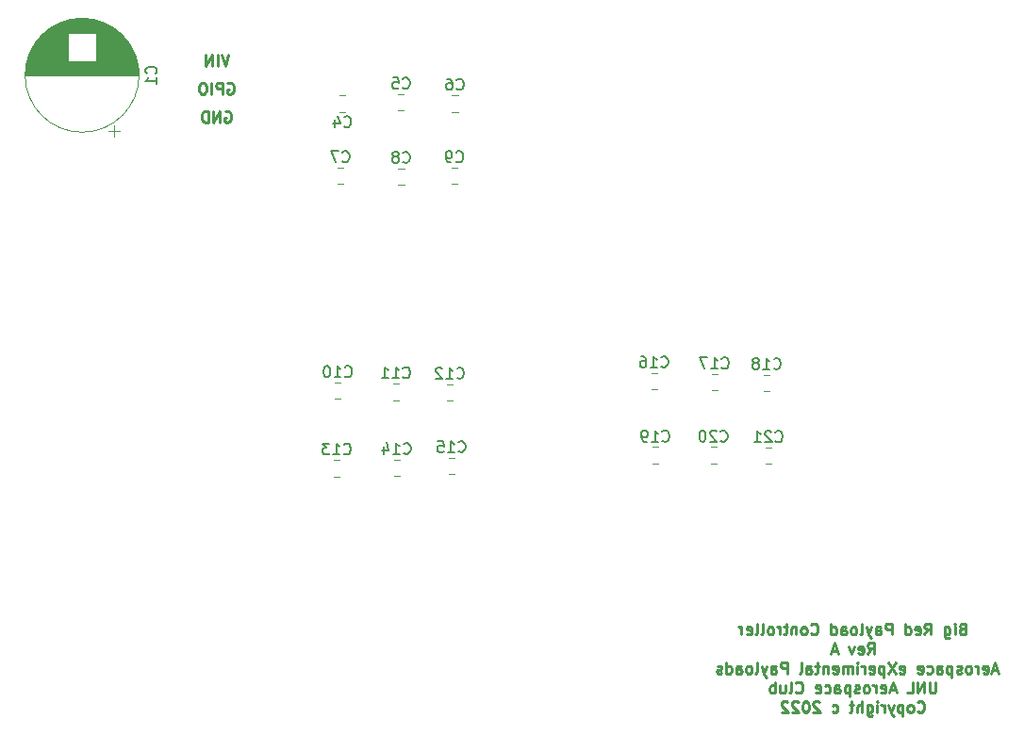
<source format=gbr>
%TF.GenerationSoftware,KiCad,Pcbnew,(5.1.10)-1*%
%TF.CreationDate,2023-02-12T14:12:42-06:00*%
%TF.ProjectId,neopixel_board,6e656f70-6978-4656-9c5f-626f6172642e,rev?*%
%TF.SameCoordinates,Original*%
%TF.FileFunction,Legend,Bot*%
%TF.FilePolarity,Positive*%
%FSLAX46Y46*%
G04 Gerber Fmt 4.6, Leading zero omitted, Abs format (unit mm)*
G04 Created by KiCad (PCBNEW (5.1.10)-1) date 2023-02-12 14:12:42*
%MOMM*%
%LPD*%
G01*
G04 APERTURE LIST*
%ADD10C,0.250000*%
%ADD11C,0.120000*%
%ADD12C,0.150000*%
G04 APERTURE END LIST*
D10*
X159034523Y-113268571D02*
X158891666Y-113316190D01*
X158844047Y-113363809D01*
X158796428Y-113459047D01*
X158796428Y-113601904D01*
X158844047Y-113697142D01*
X158891666Y-113744761D01*
X158986904Y-113792380D01*
X159367857Y-113792380D01*
X159367857Y-112792380D01*
X159034523Y-112792380D01*
X158939285Y-112840000D01*
X158891666Y-112887619D01*
X158844047Y-112982857D01*
X158844047Y-113078095D01*
X158891666Y-113173333D01*
X158939285Y-113220952D01*
X159034523Y-113268571D01*
X159367857Y-113268571D01*
X158367857Y-113792380D02*
X158367857Y-113125714D01*
X158367857Y-112792380D02*
X158415476Y-112840000D01*
X158367857Y-112887619D01*
X158320238Y-112840000D01*
X158367857Y-112792380D01*
X158367857Y-112887619D01*
X157463095Y-113125714D02*
X157463095Y-113935238D01*
X157510714Y-114030476D01*
X157558333Y-114078095D01*
X157653571Y-114125714D01*
X157796428Y-114125714D01*
X157891666Y-114078095D01*
X157463095Y-113744761D02*
X157558333Y-113792380D01*
X157748809Y-113792380D01*
X157844047Y-113744761D01*
X157891666Y-113697142D01*
X157939285Y-113601904D01*
X157939285Y-113316190D01*
X157891666Y-113220952D01*
X157844047Y-113173333D01*
X157748809Y-113125714D01*
X157558333Y-113125714D01*
X157463095Y-113173333D01*
X155653571Y-113792380D02*
X155986904Y-113316190D01*
X156225000Y-113792380D02*
X156225000Y-112792380D01*
X155844047Y-112792380D01*
X155748809Y-112840000D01*
X155701190Y-112887619D01*
X155653571Y-112982857D01*
X155653571Y-113125714D01*
X155701190Y-113220952D01*
X155748809Y-113268571D01*
X155844047Y-113316190D01*
X156225000Y-113316190D01*
X154844047Y-113744761D02*
X154939285Y-113792380D01*
X155129761Y-113792380D01*
X155225000Y-113744761D01*
X155272619Y-113649523D01*
X155272619Y-113268571D01*
X155225000Y-113173333D01*
X155129761Y-113125714D01*
X154939285Y-113125714D01*
X154844047Y-113173333D01*
X154796428Y-113268571D01*
X154796428Y-113363809D01*
X155272619Y-113459047D01*
X153939285Y-113792380D02*
X153939285Y-112792380D01*
X153939285Y-113744761D02*
X154034523Y-113792380D01*
X154225000Y-113792380D01*
X154320238Y-113744761D01*
X154367857Y-113697142D01*
X154415476Y-113601904D01*
X154415476Y-113316190D01*
X154367857Y-113220952D01*
X154320238Y-113173333D01*
X154225000Y-113125714D01*
X154034523Y-113125714D01*
X153939285Y-113173333D01*
X152701190Y-113792380D02*
X152701190Y-112792380D01*
X152320238Y-112792380D01*
X152225000Y-112840000D01*
X152177380Y-112887619D01*
X152129761Y-112982857D01*
X152129761Y-113125714D01*
X152177380Y-113220952D01*
X152225000Y-113268571D01*
X152320238Y-113316190D01*
X152701190Y-113316190D01*
X151272619Y-113792380D02*
X151272619Y-113268571D01*
X151320238Y-113173333D01*
X151415476Y-113125714D01*
X151605952Y-113125714D01*
X151701190Y-113173333D01*
X151272619Y-113744761D02*
X151367857Y-113792380D01*
X151605952Y-113792380D01*
X151701190Y-113744761D01*
X151748809Y-113649523D01*
X151748809Y-113554285D01*
X151701190Y-113459047D01*
X151605952Y-113411428D01*
X151367857Y-113411428D01*
X151272619Y-113363809D01*
X150891666Y-113125714D02*
X150653571Y-113792380D01*
X150415476Y-113125714D02*
X150653571Y-113792380D01*
X150748809Y-114030476D01*
X150796428Y-114078095D01*
X150891666Y-114125714D01*
X149891666Y-113792380D02*
X149986904Y-113744761D01*
X150034523Y-113649523D01*
X150034523Y-112792380D01*
X149367857Y-113792380D02*
X149463095Y-113744761D01*
X149510714Y-113697142D01*
X149558333Y-113601904D01*
X149558333Y-113316190D01*
X149510714Y-113220952D01*
X149463095Y-113173333D01*
X149367857Y-113125714D01*
X149225000Y-113125714D01*
X149129761Y-113173333D01*
X149082142Y-113220952D01*
X149034523Y-113316190D01*
X149034523Y-113601904D01*
X149082142Y-113697142D01*
X149129761Y-113744761D01*
X149225000Y-113792380D01*
X149367857Y-113792380D01*
X148177380Y-113792380D02*
X148177380Y-113268571D01*
X148225000Y-113173333D01*
X148320238Y-113125714D01*
X148510714Y-113125714D01*
X148605952Y-113173333D01*
X148177380Y-113744761D02*
X148272619Y-113792380D01*
X148510714Y-113792380D01*
X148605952Y-113744761D01*
X148653571Y-113649523D01*
X148653571Y-113554285D01*
X148605952Y-113459047D01*
X148510714Y-113411428D01*
X148272619Y-113411428D01*
X148177380Y-113363809D01*
X147272619Y-113792380D02*
X147272619Y-112792380D01*
X147272619Y-113744761D02*
X147367857Y-113792380D01*
X147558333Y-113792380D01*
X147653571Y-113744761D01*
X147701190Y-113697142D01*
X147748809Y-113601904D01*
X147748809Y-113316190D01*
X147701190Y-113220952D01*
X147653571Y-113173333D01*
X147558333Y-113125714D01*
X147367857Y-113125714D01*
X147272619Y-113173333D01*
X145463095Y-113697142D02*
X145510714Y-113744761D01*
X145653571Y-113792380D01*
X145748809Y-113792380D01*
X145891666Y-113744761D01*
X145986904Y-113649523D01*
X146034523Y-113554285D01*
X146082142Y-113363809D01*
X146082142Y-113220952D01*
X146034523Y-113030476D01*
X145986904Y-112935238D01*
X145891666Y-112840000D01*
X145748809Y-112792380D01*
X145653571Y-112792380D01*
X145510714Y-112840000D01*
X145463095Y-112887619D01*
X144891666Y-113792380D02*
X144986904Y-113744761D01*
X145034523Y-113697142D01*
X145082142Y-113601904D01*
X145082142Y-113316190D01*
X145034523Y-113220952D01*
X144986904Y-113173333D01*
X144891666Y-113125714D01*
X144748809Y-113125714D01*
X144653571Y-113173333D01*
X144605952Y-113220952D01*
X144558333Y-113316190D01*
X144558333Y-113601904D01*
X144605952Y-113697142D01*
X144653571Y-113744761D01*
X144748809Y-113792380D01*
X144891666Y-113792380D01*
X144129761Y-113125714D02*
X144129761Y-113792380D01*
X144129761Y-113220952D02*
X144082142Y-113173333D01*
X143986904Y-113125714D01*
X143844047Y-113125714D01*
X143748809Y-113173333D01*
X143701190Y-113268571D01*
X143701190Y-113792380D01*
X143367857Y-113125714D02*
X142986904Y-113125714D01*
X143225000Y-112792380D02*
X143225000Y-113649523D01*
X143177380Y-113744761D01*
X143082142Y-113792380D01*
X142986904Y-113792380D01*
X142653571Y-113792380D02*
X142653571Y-113125714D01*
X142653571Y-113316190D02*
X142605952Y-113220952D01*
X142558333Y-113173333D01*
X142463095Y-113125714D01*
X142367857Y-113125714D01*
X141891666Y-113792380D02*
X141986904Y-113744761D01*
X142034523Y-113697142D01*
X142082142Y-113601904D01*
X142082142Y-113316190D01*
X142034523Y-113220952D01*
X141986904Y-113173333D01*
X141891666Y-113125714D01*
X141748809Y-113125714D01*
X141653571Y-113173333D01*
X141605952Y-113220952D01*
X141558333Y-113316190D01*
X141558333Y-113601904D01*
X141605952Y-113697142D01*
X141653571Y-113744761D01*
X141748809Y-113792380D01*
X141891666Y-113792380D01*
X140986904Y-113792380D02*
X141082142Y-113744761D01*
X141129761Y-113649523D01*
X141129761Y-112792380D01*
X140463095Y-113792380D02*
X140558333Y-113744761D01*
X140605952Y-113649523D01*
X140605952Y-112792380D01*
X139701190Y-113744761D02*
X139796428Y-113792380D01*
X139986904Y-113792380D01*
X140082142Y-113744761D01*
X140129761Y-113649523D01*
X140129761Y-113268571D01*
X140082142Y-113173333D01*
X139986904Y-113125714D01*
X139796428Y-113125714D01*
X139701190Y-113173333D01*
X139653571Y-113268571D01*
X139653571Y-113363809D01*
X140129761Y-113459047D01*
X139225000Y-113792380D02*
X139225000Y-113125714D01*
X139225000Y-113316190D02*
X139177380Y-113220952D01*
X139129761Y-113173333D01*
X139034523Y-113125714D01*
X138939285Y-113125714D01*
X150534523Y-115542380D02*
X150867857Y-115066190D01*
X151105952Y-115542380D02*
X151105952Y-114542380D01*
X150725000Y-114542380D01*
X150629761Y-114590000D01*
X150582142Y-114637619D01*
X150534523Y-114732857D01*
X150534523Y-114875714D01*
X150582142Y-114970952D01*
X150629761Y-115018571D01*
X150725000Y-115066190D01*
X151105952Y-115066190D01*
X149725000Y-115494761D02*
X149820238Y-115542380D01*
X150010714Y-115542380D01*
X150105952Y-115494761D01*
X150153571Y-115399523D01*
X150153571Y-115018571D01*
X150105952Y-114923333D01*
X150010714Y-114875714D01*
X149820238Y-114875714D01*
X149725000Y-114923333D01*
X149677380Y-115018571D01*
X149677380Y-115113809D01*
X150153571Y-115209047D01*
X149344047Y-114875714D02*
X149105952Y-115542380D01*
X148867857Y-114875714D01*
X147772619Y-115256666D02*
X147296428Y-115256666D01*
X147867857Y-115542380D02*
X147534523Y-114542380D01*
X147201190Y-115542380D01*
X162201190Y-117006666D02*
X161725000Y-117006666D01*
X162296428Y-117292380D02*
X161963095Y-116292380D01*
X161629761Y-117292380D01*
X160915476Y-117244761D02*
X161010714Y-117292380D01*
X161201190Y-117292380D01*
X161296428Y-117244761D01*
X161344047Y-117149523D01*
X161344047Y-116768571D01*
X161296428Y-116673333D01*
X161201190Y-116625714D01*
X161010714Y-116625714D01*
X160915476Y-116673333D01*
X160867857Y-116768571D01*
X160867857Y-116863809D01*
X161344047Y-116959047D01*
X160439285Y-117292380D02*
X160439285Y-116625714D01*
X160439285Y-116816190D02*
X160391666Y-116720952D01*
X160344047Y-116673333D01*
X160248809Y-116625714D01*
X160153571Y-116625714D01*
X159677380Y-117292380D02*
X159772619Y-117244761D01*
X159820238Y-117197142D01*
X159867857Y-117101904D01*
X159867857Y-116816190D01*
X159820238Y-116720952D01*
X159772619Y-116673333D01*
X159677380Y-116625714D01*
X159534523Y-116625714D01*
X159439285Y-116673333D01*
X159391666Y-116720952D01*
X159344047Y-116816190D01*
X159344047Y-117101904D01*
X159391666Y-117197142D01*
X159439285Y-117244761D01*
X159534523Y-117292380D01*
X159677380Y-117292380D01*
X158963095Y-117244761D02*
X158867857Y-117292380D01*
X158677380Y-117292380D01*
X158582142Y-117244761D01*
X158534523Y-117149523D01*
X158534523Y-117101904D01*
X158582142Y-117006666D01*
X158677380Y-116959047D01*
X158820238Y-116959047D01*
X158915476Y-116911428D01*
X158963095Y-116816190D01*
X158963095Y-116768571D01*
X158915476Y-116673333D01*
X158820238Y-116625714D01*
X158677380Y-116625714D01*
X158582142Y-116673333D01*
X158105952Y-116625714D02*
X158105952Y-117625714D01*
X158105952Y-116673333D02*
X158010714Y-116625714D01*
X157820238Y-116625714D01*
X157725000Y-116673333D01*
X157677380Y-116720952D01*
X157629761Y-116816190D01*
X157629761Y-117101904D01*
X157677380Y-117197142D01*
X157725000Y-117244761D01*
X157820238Y-117292380D01*
X158010714Y-117292380D01*
X158105952Y-117244761D01*
X156772619Y-117292380D02*
X156772619Y-116768571D01*
X156820238Y-116673333D01*
X156915476Y-116625714D01*
X157105952Y-116625714D01*
X157201190Y-116673333D01*
X156772619Y-117244761D02*
X156867857Y-117292380D01*
X157105952Y-117292380D01*
X157201190Y-117244761D01*
X157248809Y-117149523D01*
X157248809Y-117054285D01*
X157201190Y-116959047D01*
X157105952Y-116911428D01*
X156867857Y-116911428D01*
X156772619Y-116863809D01*
X155867857Y-117244761D02*
X155963095Y-117292380D01*
X156153571Y-117292380D01*
X156248809Y-117244761D01*
X156296428Y-117197142D01*
X156344047Y-117101904D01*
X156344047Y-116816190D01*
X156296428Y-116720952D01*
X156248809Y-116673333D01*
X156153571Y-116625714D01*
X155963095Y-116625714D01*
X155867857Y-116673333D01*
X155058333Y-117244761D02*
X155153571Y-117292380D01*
X155344047Y-117292380D01*
X155439285Y-117244761D01*
X155486904Y-117149523D01*
X155486904Y-116768571D01*
X155439285Y-116673333D01*
X155344047Y-116625714D01*
X155153571Y-116625714D01*
X155058333Y-116673333D01*
X155010714Y-116768571D01*
X155010714Y-116863809D01*
X155486904Y-116959047D01*
X153439285Y-117244761D02*
X153534523Y-117292380D01*
X153725000Y-117292380D01*
X153820238Y-117244761D01*
X153867857Y-117149523D01*
X153867857Y-116768571D01*
X153820238Y-116673333D01*
X153725000Y-116625714D01*
X153534523Y-116625714D01*
X153439285Y-116673333D01*
X153391666Y-116768571D01*
X153391666Y-116863809D01*
X153867857Y-116959047D01*
X153058333Y-116292380D02*
X152391666Y-117292380D01*
X152391666Y-116292380D02*
X153058333Y-117292380D01*
X152010714Y-116625714D02*
X152010714Y-117625714D01*
X152010714Y-116673333D02*
X151915476Y-116625714D01*
X151725000Y-116625714D01*
X151629761Y-116673333D01*
X151582142Y-116720952D01*
X151534523Y-116816190D01*
X151534523Y-117101904D01*
X151582142Y-117197142D01*
X151629761Y-117244761D01*
X151725000Y-117292380D01*
X151915476Y-117292380D01*
X152010714Y-117244761D01*
X150725000Y-117244761D02*
X150820238Y-117292380D01*
X151010714Y-117292380D01*
X151105952Y-117244761D01*
X151153571Y-117149523D01*
X151153571Y-116768571D01*
X151105952Y-116673333D01*
X151010714Y-116625714D01*
X150820238Y-116625714D01*
X150725000Y-116673333D01*
X150677380Y-116768571D01*
X150677380Y-116863809D01*
X151153571Y-116959047D01*
X150248809Y-117292380D02*
X150248809Y-116625714D01*
X150248809Y-116816190D02*
X150201190Y-116720952D01*
X150153571Y-116673333D01*
X150058333Y-116625714D01*
X149963095Y-116625714D01*
X149629761Y-117292380D02*
X149629761Y-116625714D01*
X149629761Y-116292380D02*
X149677380Y-116340000D01*
X149629761Y-116387619D01*
X149582142Y-116340000D01*
X149629761Y-116292380D01*
X149629761Y-116387619D01*
X149153571Y-117292380D02*
X149153571Y-116625714D01*
X149153571Y-116720952D02*
X149105952Y-116673333D01*
X149010714Y-116625714D01*
X148867857Y-116625714D01*
X148772619Y-116673333D01*
X148725000Y-116768571D01*
X148725000Y-117292380D01*
X148725000Y-116768571D02*
X148677380Y-116673333D01*
X148582142Y-116625714D01*
X148439285Y-116625714D01*
X148344047Y-116673333D01*
X148296428Y-116768571D01*
X148296428Y-117292380D01*
X147439285Y-117244761D02*
X147534523Y-117292380D01*
X147725000Y-117292380D01*
X147820238Y-117244761D01*
X147867857Y-117149523D01*
X147867857Y-116768571D01*
X147820238Y-116673333D01*
X147725000Y-116625714D01*
X147534523Y-116625714D01*
X147439285Y-116673333D01*
X147391666Y-116768571D01*
X147391666Y-116863809D01*
X147867857Y-116959047D01*
X146963095Y-116625714D02*
X146963095Y-117292380D01*
X146963095Y-116720952D02*
X146915476Y-116673333D01*
X146820238Y-116625714D01*
X146677380Y-116625714D01*
X146582142Y-116673333D01*
X146534523Y-116768571D01*
X146534523Y-117292380D01*
X146201190Y-116625714D02*
X145820238Y-116625714D01*
X146058333Y-116292380D02*
X146058333Y-117149523D01*
X146010714Y-117244761D01*
X145915476Y-117292380D01*
X145820238Y-117292380D01*
X145058333Y-117292380D02*
X145058333Y-116768571D01*
X145105952Y-116673333D01*
X145201190Y-116625714D01*
X145391666Y-116625714D01*
X145486904Y-116673333D01*
X145058333Y-117244761D02*
X145153571Y-117292380D01*
X145391666Y-117292380D01*
X145486904Y-117244761D01*
X145534523Y-117149523D01*
X145534523Y-117054285D01*
X145486904Y-116959047D01*
X145391666Y-116911428D01*
X145153571Y-116911428D01*
X145058333Y-116863809D01*
X144439285Y-117292380D02*
X144534523Y-117244761D01*
X144582142Y-117149523D01*
X144582142Y-116292380D01*
X143296428Y-117292380D02*
X143296428Y-116292380D01*
X142915476Y-116292380D01*
X142820238Y-116340000D01*
X142772619Y-116387619D01*
X142725000Y-116482857D01*
X142725000Y-116625714D01*
X142772619Y-116720952D01*
X142820238Y-116768571D01*
X142915476Y-116816190D01*
X143296428Y-116816190D01*
X141867857Y-117292380D02*
X141867857Y-116768571D01*
X141915476Y-116673333D01*
X142010714Y-116625714D01*
X142201190Y-116625714D01*
X142296428Y-116673333D01*
X141867857Y-117244761D02*
X141963095Y-117292380D01*
X142201190Y-117292380D01*
X142296428Y-117244761D01*
X142344047Y-117149523D01*
X142344047Y-117054285D01*
X142296428Y-116959047D01*
X142201190Y-116911428D01*
X141963095Y-116911428D01*
X141867857Y-116863809D01*
X141486904Y-116625714D02*
X141248809Y-117292380D01*
X141010714Y-116625714D02*
X141248809Y-117292380D01*
X141344047Y-117530476D01*
X141391666Y-117578095D01*
X141486904Y-117625714D01*
X140486904Y-117292380D02*
X140582142Y-117244761D01*
X140629761Y-117149523D01*
X140629761Y-116292380D01*
X139963095Y-117292380D02*
X140058333Y-117244761D01*
X140105952Y-117197142D01*
X140153571Y-117101904D01*
X140153571Y-116816190D01*
X140105952Y-116720952D01*
X140058333Y-116673333D01*
X139963095Y-116625714D01*
X139820238Y-116625714D01*
X139725000Y-116673333D01*
X139677380Y-116720952D01*
X139629761Y-116816190D01*
X139629761Y-117101904D01*
X139677380Y-117197142D01*
X139725000Y-117244761D01*
X139820238Y-117292380D01*
X139963095Y-117292380D01*
X138772619Y-117292380D02*
X138772619Y-116768571D01*
X138820238Y-116673333D01*
X138915476Y-116625714D01*
X139105952Y-116625714D01*
X139201190Y-116673333D01*
X138772619Y-117244761D02*
X138867857Y-117292380D01*
X139105952Y-117292380D01*
X139201190Y-117244761D01*
X139248809Y-117149523D01*
X139248809Y-117054285D01*
X139201190Y-116959047D01*
X139105952Y-116911428D01*
X138867857Y-116911428D01*
X138772619Y-116863809D01*
X137867857Y-117292380D02*
X137867857Y-116292380D01*
X137867857Y-117244761D02*
X137963095Y-117292380D01*
X138153571Y-117292380D01*
X138248809Y-117244761D01*
X138296428Y-117197142D01*
X138344047Y-117101904D01*
X138344047Y-116816190D01*
X138296428Y-116720952D01*
X138248809Y-116673333D01*
X138153571Y-116625714D01*
X137963095Y-116625714D01*
X137867857Y-116673333D01*
X137439285Y-117244761D02*
X137344047Y-117292380D01*
X137153571Y-117292380D01*
X137058333Y-117244761D01*
X137010714Y-117149523D01*
X137010714Y-117101904D01*
X137058333Y-117006666D01*
X137153571Y-116959047D01*
X137296428Y-116959047D01*
X137391666Y-116911428D01*
X137439285Y-116816190D01*
X137439285Y-116768571D01*
X137391666Y-116673333D01*
X137296428Y-116625714D01*
X137153571Y-116625714D01*
X137058333Y-116673333D01*
X156653571Y-118042380D02*
X156653571Y-118851904D01*
X156605952Y-118947142D01*
X156558333Y-118994761D01*
X156463095Y-119042380D01*
X156272619Y-119042380D01*
X156177380Y-118994761D01*
X156129761Y-118947142D01*
X156082142Y-118851904D01*
X156082142Y-118042380D01*
X155605952Y-119042380D02*
X155605952Y-118042380D01*
X155034523Y-119042380D01*
X155034523Y-118042380D01*
X154082142Y-119042380D02*
X154558333Y-119042380D01*
X154558333Y-118042380D01*
X153034523Y-118756666D02*
X152558333Y-118756666D01*
X153129761Y-119042380D02*
X152796428Y-118042380D01*
X152463095Y-119042380D01*
X151748809Y-118994761D02*
X151844047Y-119042380D01*
X152034523Y-119042380D01*
X152129761Y-118994761D01*
X152177380Y-118899523D01*
X152177380Y-118518571D01*
X152129761Y-118423333D01*
X152034523Y-118375714D01*
X151844047Y-118375714D01*
X151748809Y-118423333D01*
X151701190Y-118518571D01*
X151701190Y-118613809D01*
X152177380Y-118709047D01*
X151272619Y-119042380D02*
X151272619Y-118375714D01*
X151272619Y-118566190D02*
X151225000Y-118470952D01*
X151177380Y-118423333D01*
X151082142Y-118375714D01*
X150986904Y-118375714D01*
X150510714Y-119042380D02*
X150605952Y-118994761D01*
X150653571Y-118947142D01*
X150701190Y-118851904D01*
X150701190Y-118566190D01*
X150653571Y-118470952D01*
X150605952Y-118423333D01*
X150510714Y-118375714D01*
X150367857Y-118375714D01*
X150272619Y-118423333D01*
X150225000Y-118470952D01*
X150177380Y-118566190D01*
X150177380Y-118851904D01*
X150225000Y-118947142D01*
X150272619Y-118994761D01*
X150367857Y-119042380D01*
X150510714Y-119042380D01*
X149796428Y-118994761D02*
X149701190Y-119042380D01*
X149510714Y-119042380D01*
X149415476Y-118994761D01*
X149367857Y-118899523D01*
X149367857Y-118851904D01*
X149415476Y-118756666D01*
X149510714Y-118709047D01*
X149653571Y-118709047D01*
X149748809Y-118661428D01*
X149796428Y-118566190D01*
X149796428Y-118518571D01*
X149748809Y-118423333D01*
X149653571Y-118375714D01*
X149510714Y-118375714D01*
X149415476Y-118423333D01*
X148939285Y-118375714D02*
X148939285Y-119375714D01*
X148939285Y-118423333D02*
X148844047Y-118375714D01*
X148653571Y-118375714D01*
X148558333Y-118423333D01*
X148510714Y-118470952D01*
X148463095Y-118566190D01*
X148463095Y-118851904D01*
X148510714Y-118947142D01*
X148558333Y-118994761D01*
X148653571Y-119042380D01*
X148844047Y-119042380D01*
X148939285Y-118994761D01*
X147605952Y-119042380D02*
X147605952Y-118518571D01*
X147653571Y-118423333D01*
X147748809Y-118375714D01*
X147939285Y-118375714D01*
X148034523Y-118423333D01*
X147605952Y-118994761D02*
X147701190Y-119042380D01*
X147939285Y-119042380D01*
X148034523Y-118994761D01*
X148082142Y-118899523D01*
X148082142Y-118804285D01*
X148034523Y-118709047D01*
X147939285Y-118661428D01*
X147701190Y-118661428D01*
X147605952Y-118613809D01*
X146701190Y-118994761D02*
X146796428Y-119042380D01*
X146986904Y-119042380D01*
X147082142Y-118994761D01*
X147129761Y-118947142D01*
X147177380Y-118851904D01*
X147177380Y-118566190D01*
X147129761Y-118470952D01*
X147082142Y-118423333D01*
X146986904Y-118375714D01*
X146796428Y-118375714D01*
X146701190Y-118423333D01*
X145891666Y-118994761D02*
X145986904Y-119042380D01*
X146177380Y-119042380D01*
X146272619Y-118994761D01*
X146320238Y-118899523D01*
X146320238Y-118518571D01*
X146272619Y-118423333D01*
X146177380Y-118375714D01*
X145986904Y-118375714D01*
X145891666Y-118423333D01*
X145844047Y-118518571D01*
X145844047Y-118613809D01*
X146320238Y-118709047D01*
X144082142Y-118947142D02*
X144129761Y-118994761D01*
X144272619Y-119042380D01*
X144367857Y-119042380D01*
X144510714Y-118994761D01*
X144605952Y-118899523D01*
X144653571Y-118804285D01*
X144701190Y-118613809D01*
X144701190Y-118470952D01*
X144653571Y-118280476D01*
X144605952Y-118185238D01*
X144510714Y-118090000D01*
X144367857Y-118042380D01*
X144272619Y-118042380D01*
X144129761Y-118090000D01*
X144082142Y-118137619D01*
X143510714Y-119042380D02*
X143605952Y-118994761D01*
X143653571Y-118899523D01*
X143653571Y-118042380D01*
X142701190Y-118375714D02*
X142701190Y-119042380D01*
X143129761Y-118375714D02*
X143129761Y-118899523D01*
X143082142Y-118994761D01*
X142986904Y-119042380D01*
X142844047Y-119042380D01*
X142748809Y-118994761D01*
X142701190Y-118947142D01*
X142225000Y-119042380D02*
X142225000Y-118042380D01*
X142225000Y-118423333D02*
X142129761Y-118375714D01*
X141939285Y-118375714D01*
X141844047Y-118423333D01*
X141796428Y-118470952D01*
X141748809Y-118566190D01*
X141748809Y-118851904D01*
X141796428Y-118947142D01*
X141844047Y-118994761D01*
X141939285Y-119042380D01*
X142129761Y-119042380D01*
X142225000Y-118994761D01*
X155034523Y-120697142D02*
X155082142Y-120744761D01*
X155225000Y-120792380D01*
X155320238Y-120792380D01*
X155463095Y-120744761D01*
X155558333Y-120649523D01*
X155605952Y-120554285D01*
X155653571Y-120363809D01*
X155653571Y-120220952D01*
X155605952Y-120030476D01*
X155558333Y-119935238D01*
X155463095Y-119840000D01*
X155320238Y-119792380D01*
X155225000Y-119792380D01*
X155082142Y-119840000D01*
X155034523Y-119887619D01*
X154463095Y-120792380D02*
X154558333Y-120744761D01*
X154605952Y-120697142D01*
X154653571Y-120601904D01*
X154653571Y-120316190D01*
X154605952Y-120220952D01*
X154558333Y-120173333D01*
X154463095Y-120125714D01*
X154320238Y-120125714D01*
X154225000Y-120173333D01*
X154177380Y-120220952D01*
X154129761Y-120316190D01*
X154129761Y-120601904D01*
X154177380Y-120697142D01*
X154225000Y-120744761D01*
X154320238Y-120792380D01*
X154463095Y-120792380D01*
X153701190Y-120125714D02*
X153701190Y-121125714D01*
X153701190Y-120173333D02*
X153605952Y-120125714D01*
X153415476Y-120125714D01*
X153320238Y-120173333D01*
X153272619Y-120220952D01*
X153225000Y-120316190D01*
X153225000Y-120601904D01*
X153272619Y-120697142D01*
X153320238Y-120744761D01*
X153415476Y-120792380D01*
X153605952Y-120792380D01*
X153701190Y-120744761D01*
X152891666Y-120125714D02*
X152653571Y-120792380D01*
X152415476Y-120125714D02*
X152653571Y-120792380D01*
X152748809Y-121030476D01*
X152796428Y-121078095D01*
X152891666Y-121125714D01*
X152034523Y-120792380D02*
X152034523Y-120125714D01*
X152034523Y-120316190D02*
X151986904Y-120220952D01*
X151939285Y-120173333D01*
X151844047Y-120125714D01*
X151748809Y-120125714D01*
X151415476Y-120792380D02*
X151415476Y-120125714D01*
X151415476Y-119792380D02*
X151463095Y-119840000D01*
X151415476Y-119887619D01*
X151367857Y-119840000D01*
X151415476Y-119792380D01*
X151415476Y-119887619D01*
X150510714Y-120125714D02*
X150510714Y-120935238D01*
X150558333Y-121030476D01*
X150605952Y-121078095D01*
X150701190Y-121125714D01*
X150844047Y-121125714D01*
X150939285Y-121078095D01*
X150510714Y-120744761D02*
X150605952Y-120792380D01*
X150796428Y-120792380D01*
X150891666Y-120744761D01*
X150939285Y-120697142D01*
X150986904Y-120601904D01*
X150986904Y-120316190D01*
X150939285Y-120220952D01*
X150891666Y-120173333D01*
X150796428Y-120125714D01*
X150605952Y-120125714D01*
X150510714Y-120173333D01*
X150034523Y-120792380D02*
X150034523Y-119792380D01*
X149605952Y-120792380D02*
X149605952Y-120268571D01*
X149653571Y-120173333D01*
X149748809Y-120125714D01*
X149891666Y-120125714D01*
X149986904Y-120173333D01*
X150034523Y-120220952D01*
X149272619Y-120125714D02*
X148891666Y-120125714D01*
X149129761Y-119792380D02*
X149129761Y-120649523D01*
X149082142Y-120744761D01*
X148986904Y-120792380D01*
X148891666Y-120792380D01*
X147367857Y-120744761D02*
X147463095Y-120792380D01*
X147653571Y-120792380D01*
X147748809Y-120744761D01*
X147796428Y-120697142D01*
X147844047Y-120601904D01*
X147844047Y-120316190D01*
X147796428Y-120220952D01*
X147748809Y-120173333D01*
X147653571Y-120125714D01*
X147463095Y-120125714D01*
X147367857Y-120173333D01*
X146225000Y-119887619D02*
X146177380Y-119840000D01*
X146082142Y-119792380D01*
X145844047Y-119792380D01*
X145748809Y-119840000D01*
X145701190Y-119887619D01*
X145653571Y-119982857D01*
X145653571Y-120078095D01*
X145701190Y-120220952D01*
X146272619Y-120792380D01*
X145653571Y-120792380D01*
X145034523Y-119792380D02*
X144939285Y-119792380D01*
X144844047Y-119840000D01*
X144796428Y-119887619D01*
X144748809Y-119982857D01*
X144701190Y-120173333D01*
X144701190Y-120411428D01*
X144748809Y-120601904D01*
X144796428Y-120697142D01*
X144844047Y-120744761D01*
X144939285Y-120792380D01*
X145034523Y-120792380D01*
X145129761Y-120744761D01*
X145177380Y-120697142D01*
X145225000Y-120601904D01*
X145272619Y-120411428D01*
X145272619Y-120173333D01*
X145225000Y-119982857D01*
X145177380Y-119887619D01*
X145129761Y-119840000D01*
X145034523Y-119792380D01*
X144320238Y-119887619D02*
X144272619Y-119840000D01*
X144177380Y-119792380D01*
X143939285Y-119792380D01*
X143844047Y-119840000D01*
X143796428Y-119887619D01*
X143748809Y-119982857D01*
X143748809Y-120078095D01*
X143796428Y-120220952D01*
X144367857Y-120792380D01*
X143748809Y-120792380D01*
X143367857Y-119887619D02*
X143320238Y-119840000D01*
X143225000Y-119792380D01*
X142986904Y-119792380D01*
X142891666Y-119840000D01*
X142844047Y-119887619D01*
X142796428Y-119982857D01*
X142796428Y-120078095D01*
X142844047Y-120220952D01*
X143415476Y-120792380D01*
X142796428Y-120792380D01*
X92836904Y-66810000D02*
X92932142Y-66762380D01*
X93075000Y-66762380D01*
X93217857Y-66810000D01*
X93313095Y-66905238D01*
X93360714Y-67000476D01*
X93408333Y-67190952D01*
X93408333Y-67333809D01*
X93360714Y-67524285D01*
X93313095Y-67619523D01*
X93217857Y-67714761D01*
X93075000Y-67762380D01*
X92979761Y-67762380D01*
X92836904Y-67714761D01*
X92789285Y-67667142D01*
X92789285Y-67333809D01*
X92979761Y-67333809D01*
X92360714Y-67762380D02*
X92360714Y-66762380D01*
X91789285Y-67762380D01*
X91789285Y-66762380D01*
X91313095Y-67762380D02*
X91313095Y-66762380D01*
X91075000Y-66762380D01*
X90932142Y-66810000D01*
X90836904Y-66905238D01*
X90789285Y-67000476D01*
X90741666Y-67190952D01*
X90741666Y-67333809D01*
X90789285Y-67524285D01*
X90836904Y-67619523D01*
X90932142Y-67714761D01*
X91075000Y-67762380D01*
X91313095Y-67762380D01*
X93075000Y-64270000D02*
X93170238Y-64222380D01*
X93313095Y-64222380D01*
X93455952Y-64270000D01*
X93551190Y-64365238D01*
X93598809Y-64460476D01*
X93646428Y-64650952D01*
X93646428Y-64793809D01*
X93598809Y-64984285D01*
X93551190Y-65079523D01*
X93455952Y-65174761D01*
X93313095Y-65222380D01*
X93217857Y-65222380D01*
X93075000Y-65174761D01*
X93027380Y-65127142D01*
X93027380Y-64793809D01*
X93217857Y-64793809D01*
X92598809Y-65222380D02*
X92598809Y-64222380D01*
X92217857Y-64222380D01*
X92122619Y-64270000D01*
X92075000Y-64317619D01*
X92027380Y-64412857D01*
X92027380Y-64555714D01*
X92075000Y-64650952D01*
X92122619Y-64698571D01*
X92217857Y-64746190D01*
X92598809Y-64746190D01*
X91598809Y-65222380D02*
X91598809Y-64222380D01*
X90932142Y-64222380D02*
X90741666Y-64222380D01*
X90646428Y-64270000D01*
X90551190Y-64365238D01*
X90503571Y-64555714D01*
X90503571Y-64889047D01*
X90551190Y-65079523D01*
X90646428Y-65174761D01*
X90741666Y-65222380D01*
X90932142Y-65222380D01*
X91027380Y-65174761D01*
X91122619Y-65079523D01*
X91170238Y-64889047D01*
X91170238Y-64555714D01*
X91122619Y-64365238D01*
X91027380Y-64270000D01*
X90932142Y-64222380D01*
X93170238Y-61682380D02*
X92836904Y-62682380D01*
X92503571Y-61682380D01*
X92170238Y-62682380D02*
X92170238Y-61682380D01*
X91694047Y-62682380D02*
X91694047Y-61682380D01*
X91122619Y-62682380D01*
X91122619Y-61682380D01*
D11*
%TO.C,C1*%
X85130000Y-63540000D02*
G75*
G03*
X85130000Y-63540000I-5120000J0D01*
G01*
X85090000Y-63540000D02*
X74930000Y-63540000D01*
X85090000Y-63500000D02*
X74930000Y-63500000D01*
X85090000Y-63460000D02*
X74930000Y-63460000D01*
X85089000Y-63420000D02*
X74931000Y-63420000D01*
X85088000Y-63380000D02*
X74932000Y-63380000D01*
X85087000Y-63340000D02*
X74933000Y-63340000D01*
X85085000Y-63300000D02*
X74935000Y-63300000D01*
X85083000Y-63260000D02*
X74937000Y-63260000D01*
X85080000Y-63220000D02*
X74940000Y-63220000D01*
X85078000Y-63180000D02*
X74942000Y-63180000D01*
X85075000Y-63140000D02*
X74945000Y-63140000D01*
X85072000Y-63100000D02*
X74948000Y-63100000D01*
X85068000Y-63060000D02*
X74952000Y-63060000D01*
X85064000Y-63020000D02*
X74956000Y-63020000D01*
X85060000Y-62980000D02*
X74960000Y-62980000D01*
X85055000Y-62940000D02*
X74965000Y-62940000D01*
X85050000Y-62900000D02*
X74970000Y-62900000D01*
X85045000Y-62860000D02*
X74975000Y-62860000D01*
X85040000Y-62819000D02*
X74980000Y-62819000D01*
X85034000Y-62779000D02*
X74986000Y-62779000D01*
X85028000Y-62739000D02*
X74992000Y-62739000D01*
X85021000Y-62699000D02*
X74999000Y-62699000D01*
X85014000Y-62659000D02*
X75006000Y-62659000D01*
X85007000Y-62619000D02*
X75013000Y-62619000D01*
X85000000Y-62579000D02*
X75020000Y-62579000D01*
X84992000Y-62539000D02*
X75028000Y-62539000D01*
X84984000Y-62499000D02*
X75036000Y-62499000D01*
X84975000Y-62459000D02*
X75045000Y-62459000D01*
X84966000Y-62419000D02*
X75054000Y-62419000D01*
X84957000Y-62379000D02*
X75063000Y-62379000D01*
X84948000Y-62339000D02*
X75072000Y-62339000D01*
X84938000Y-62299000D02*
X75082000Y-62299000D01*
X84928000Y-62259000D02*
X81251000Y-62259000D01*
X78769000Y-62259000D02*
X75092000Y-62259000D01*
X84917000Y-62219000D02*
X81251000Y-62219000D01*
X78769000Y-62219000D02*
X75103000Y-62219000D01*
X84907000Y-62179000D02*
X81251000Y-62179000D01*
X78769000Y-62179000D02*
X75113000Y-62179000D01*
X84895000Y-62139000D02*
X81251000Y-62139000D01*
X78769000Y-62139000D02*
X75125000Y-62139000D01*
X84884000Y-62099000D02*
X81251000Y-62099000D01*
X78769000Y-62099000D02*
X75136000Y-62099000D01*
X84872000Y-62059000D02*
X81251000Y-62059000D01*
X78769000Y-62059000D02*
X75148000Y-62059000D01*
X84860000Y-62019000D02*
X81251000Y-62019000D01*
X78769000Y-62019000D02*
X75160000Y-62019000D01*
X84847000Y-61979000D02*
X81251000Y-61979000D01*
X78769000Y-61979000D02*
X75173000Y-61979000D01*
X84834000Y-61939000D02*
X81251000Y-61939000D01*
X78769000Y-61939000D02*
X75186000Y-61939000D01*
X84821000Y-61899000D02*
X81251000Y-61899000D01*
X78769000Y-61899000D02*
X75199000Y-61899000D01*
X84807000Y-61859000D02*
X81251000Y-61859000D01*
X78769000Y-61859000D02*
X75213000Y-61859000D01*
X84793000Y-61819000D02*
X81251000Y-61819000D01*
X78769000Y-61819000D02*
X75227000Y-61819000D01*
X84778000Y-61779000D02*
X81251000Y-61779000D01*
X78769000Y-61779000D02*
X75242000Y-61779000D01*
X84764000Y-61739000D02*
X81251000Y-61739000D01*
X78769000Y-61739000D02*
X75256000Y-61739000D01*
X84748000Y-61699000D02*
X81251000Y-61699000D01*
X78769000Y-61699000D02*
X75272000Y-61699000D01*
X84733000Y-61659000D02*
X81251000Y-61659000D01*
X78769000Y-61659000D02*
X75287000Y-61659000D01*
X84717000Y-61619000D02*
X81251000Y-61619000D01*
X78769000Y-61619000D02*
X75303000Y-61619000D01*
X84700000Y-61579000D02*
X81251000Y-61579000D01*
X78769000Y-61579000D02*
X75320000Y-61579000D01*
X84684000Y-61539000D02*
X81251000Y-61539000D01*
X78769000Y-61539000D02*
X75336000Y-61539000D01*
X84667000Y-61499000D02*
X81251000Y-61499000D01*
X78769000Y-61499000D02*
X75353000Y-61499000D01*
X84649000Y-61459000D02*
X81251000Y-61459000D01*
X78769000Y-61459000D02*
X75371000Y-61459000D01*
X84631000Y-61419000D02*
X81251000Y-61419000D01*
X78769000Y-61419000D02*
X75389000Y-61419000D01*
X84613000Y-61379000D02*
X81251000Y-61379000D01*
X78769000Y-61379000D02*
X75407000Y-61379000D01*
X84594000Y-61339000D02*
X81251000Y-61339000D01*
X78769000Y-61339000D02*
X75426000Y-61339000D01*
X84574000Y-61299000D02*
X81251000Y-61299000D01*
X78769000Y-61299000D02*
X75446000Y-61299000D01*
X84555000Y-61259000D02*
X81251000Y-61259000D01*
X78769000Y-61259000D02*
X75465000Y-61259000D01*
X84535000Y-61219000D02*
X81251000Y-61219000D01*
X78769000Y-61219000D02*
X75485000Y-61219000D01*
X84514000Y-61179000D02*
X81251000Y-61179000D01*
X78769000Y-61179000D02*
X75506000Y-61179000D01*
X84493000Y-61139000D02*
X81251000Y-61139000D01*
X78769000Y-61139000D02*
X75527000Y-61139000D01*
X84472000Y-61099000D02*
X81251000Y-61099000D01*
X78769000Y-61099000D02*
X75548000Y-61099000D01*
X84450000Y-61059000D02*
X81251000Y-61059000D01*
X78769000Y-61059000D02*
X75570000Y-61059000D01*
X84427000Y-61019000D02*
X81251000Y-61019000D01*
X78769000Y-61019000D02*
X75593000Y-61019000D01*
X84405000Y-60979000D02*
X81251000Y-60979000D01*
X78769000Y-60979000D02*
X75615000Y-60979000D01*
X84381000Y-60939000D02*
X81251000Y-60939000D01*
X78769000Y-60939000D02*
X75639000Y-60939000D01*
X84357000Y-60899000D02*
X81251000Y-60899000D01*
X78769000Y-60899000D02*
X75663000Y-60899000D01*
X84333000Y-60859000D02*
X81251000Y-60859000D01*
X78769000Y-60859000D02*
X75687000Y-60859000D01*
X84308000Y-60819000D02*
X81251000Y-60819000D01*
X78769000Y-60819000D02*
X75712000Y-60819000D01*
X84283000Y-60779000D02*
X81251000Y-60779000D01*
X78769000Y-60779000D02*
X75737000Y-60779000D01*
X84257000Y-60739000D02*
X81251000Y-60739000D01*
X78769000Y-60739000D02*
X75763000Y-60739000D01*
X84231000Y-60699000D02*
X81251000Y-60699000D01*
X78769000Y-60699000D02*
X75789000Y-60699000D01*
X84204000Y-60659000D02*
X81251000Y-60659000D01*
X78769000Y-60659000D02*
X75816000Y-60659000D01*
X84176000Y-60619000D02*
X81251000Y-60619000D01*
X78769000Y-60619000D02*
X75844000Y-60619000D01*
X84148000Y-60579000D02*
X81251000Y-60579000D01*
X78769000Y-60579000D02*
X75872000Y-60579000D01*
X84120000Y-60539000D02*
X81251000Y-60539000D01*
X78769000Y-60539000D02*
X75900000Y-60539000D01*
X84090000Y-60499000D02*
X81251000Y-60499000D01*
X78769000Y-60499000D02*
X75930000Y-60499000D01*
X84060000Y-60459000D02*
X81251000Y-60459000D01*
X78769000Y-60459000D02*
X75960000Y-60459000D01*
X84030000Y-60419000D02*
X81251000Y-60419000D01*
X78769000Y-60419000D02*
X75990000Y-60419000D01*
X83999000Y-60379000D02*
X81251000Y-60379000D01*
X78769000Y-60379000D02*
X76021000Y-60379000D01*
X83967000Y-60339000D02*
X81251000Y-60339000D01*
X78769000Y-60339000D02*
X76053000Y-60339000D01*
X83935000Y-60299000D02*
X81251000Y-60299000D01*
X78769000Y-60299000D02*
X76085000Y-60299000D01*
X83902000Y-60259000D02*
X81251000Y-60259000D01*
X78769000Y-60259000D02*
X76118000Y-60259000D01*
X83868000Y-60219000D02*
X81251000Y-60219000D01*
X78769000Y-60219000D02*
X76152000Y-60219000D01*
X83834000Y-60179000D02*
X81251000Y-60179000D01*
X78769000Y-60179000D02*
X76186000Y-60179000D01*
X83799000Y-60139000D02*
X81251000Y-60139000D01*
X78769000Y-60139000D02*
X76221000Y-60139000D01*
X83763000Y-60099000D02*
X81251000Y-60099000D01*
X78769000Y-60099000D02*
X76257000Y-60099000D01*
X83726000Y-60059000D02*
X81251000Y-60059000D01*
X78769000Y-60059000D02*
X76294000Y-60059000D01*
X83689000Y-60019000D02*
X81251000Y-60019000D01*
X78769000Y-60019000D02*
X76331000Y-60019000D01*
X83650000Y-59979000D02*
X81251000Y-59979000D01*
X78769000Y-59979000D02*
X76370000Y-59979000D01*
X83611000Y-59939000D02*
X81251000Y-59939000D01*
X78769000Y-59939000D02*
X76409000Y-59939000D01*
X83571000Y-59899000D02*
X81251000Y-59899000D01*
X78769000Y-59899000D02*
X76449000Y-59899000D01*
X83530000Y-59859000D02*
X81251000Y-59859000D01*
X78769000Y-59859000D02*
X76490000Y-59859000D01*
X83488000Y-59819000D02*
X81251000Y-59819000D01*
X78769000Y-59819000D02*
X76532000Y-59819000D01*
X83446000Y-59779000D02*
X76574000Y-59779000D01*
X83402000Y-59739000D02*
X76618000Y-59739000D01*
X83357000Y-59699000D02*
X76663000Y-59699000D01*
X83311000Y-59659000D02*
X76709000Y-59659000D01*
X83264000Y-59619000D02*
X76756000Y-59619000D01*
X83216000Y-59579000D02*
X76804000Y-59579000D01*
X83166000Y-59539000D02*
X76854000Y-59539000D01*
X83116000Y-59499000D02*
X76904000Y-59499000D01*
X83064000Y-59459000D02*
X76956000Y-59459000D01*
X83010000Y-59419000D02*
X77010000Y-59419000D01*
X82955000Y-59379000D02*
X77065000Y-59379000D01*
X82899000Y-59339000D02*
X77121000Y-59339000D01*
X82840000Y-59299000D02*
X77180000Y-59299000D01*
X82780000Y-59259000D02*
X77240000Y-59259000D01*
X82719000Y-59219000D02*
X77301000Y-59219000D01*
X82655000Y-59179000D02*
X77365000Y-59179000D01*
X82589000Y-59139000D02*
X77431000Y-59139000D01*
X82520000Y-59099000D02*
X77500000Y-59099000D01*
X82449000Y-59059000D02*
X77571000Y-59059000D01*
X82375000Y-59019000D02*
X77645000Y-59019000D01*
X82299000Y-58979000D02*
X77721000Y-58979000D01*
X82219000Y-58939000D02*
X77801000Y-58939000D01*
X82135000Y-58899000D02*
X77885000Y-58899000D01*
X82047000Y-58859000D02*
X77973000Y-58859000D01*
X81954000Y-58819000D02*
X78066000Y-58819000D01*
X81856000Y-58779000D02*
X78164000Y-58779000D01*
X81752000Y-58739000D02*
X78268000Y-58739000D01*
X81640000Y-58699000D02*
X78380000Y-58699000D01*
X81520000Y-58659000D02*
X78500000Y-58659000D01*
X81388000Y-58619000D02*
X78632000Y-58619000D01*
X81240000Y-58579000D02*
X78780000Y-58579000D01*
X81072000Y-58539000D02*
X78948000Y-58539000D01*
X80872000Y-58499000D02*
X79148000Y-58499000D01*
X80609000Y-58459000D02*
X79411000Y-58459000D01*
X82885000Y-69019646D02*
X82885000Y-68019646D01*
X83385000Y-68519646D02*
X82385000Y-68519646D01*
%TO.C,C21*%
X141891652Y-97004200D02*
X141369148Y-97004200D01*
X141891652Y-98474200D02*
X141369148Y-98474200D01*
%TO.C,C20*%
X136964052Y-96953400D02*
X136441548Y-96953400D01*
X136964052Y-98423400D02*
X136441548Y-98423400D01*
%TO.C,C19*%
X131731652Y-96953400D02*
X131209148Y-96953400D01*
X131731652Y-98423400D02*
X131209148Y-98423400D01*
%TO.C,C18*%
X141739252Y-90451000D02*
X141216748Y-90451000D01*
X141739252Y-91921000D02*
X141216748Y-91921000D01*
%TO.C,C17*%
X137065652Y-90400200D02*
X136543148Y-90400200D01*
X137065652Y-91870200D02*
X136543148Y-91870200D01*
%TO.C,C16*%
X131630052Y-90298600D02*
X131107548Y-90298600D01*
X131630052Y-91768600D02*
X131107548Y-91768600D01*
%TO.C,C15*%
X113428452Y-97918600D02*
X112905948Y-97918600D01*
X113428452Y-99388600D02*
X112905948Y-99388600D01*
%TO.C,C14*%
X108516052Y-98071000D02*
X107993548Y-98071000D01*
X108516052Y-99541000D02*
X107993548Y-99541000D01*
%TO.C,C13*%
X103131252Y-98121800D02*
X102608748Y-98121800D01*
X103131252Y-99591800D02*
X102608748Y-99591800D01*
%TO.C,C12*%
X113291252Y-91314600D02*
X112768748Y-91314600D01*
X113291252Y-92784600D02*
X112768748Y-92784600D01*
%TO.C,C11*%
X108450052Y-91263800D02*
X107927548Y-91263800D01*
X108450052Y-92733800D02*
X107927548Y-92733800D01*
%TO.C,C10*%
X103232852Y-91162200D02*
X102710348Y-91162200D01*
X103232852Y-92632200D02*
X102710348Y-92632200D01*
%TO.C,C9*%
X113697652Y-71858200D02*
X113175148Y-71858200D01*
X113697652Y-73328200D02*
X113175148Y-73328200D01*
%TO.C,C8*%
X108922452Y-71909000D02*
X108399948Y-71909000D01*
X108922452Y-73379000D02*
X108399948Y-73379000D01*
%TO.C,C7*%
X103486852Y-71858200D02*
X102964348Y-71858200D01*
X103486852Y-73328200D02*
X102964348Y-73328200D01*
%TO.C,C6*%
X113748452Y-65355800D02*
X113225948Y-65355800D01*
X113748452Y-66825800D02*
X113225948Y-66825800D01*
%TO.C,C5*%
X108907252Y-65254200D02*
X108384748Y-65254200D01*
X108907252Y-66724200D02*
X108384748Y-66724200D01*
%TO.C,C4*%
X103116748Y-66825800D02*
X103639252Y-66825800D01*
X103116748Y-65355800D02*
X103639252Y-65355800D01*
%TO.C,C1*%
D12*
X86617142Y-63373333D02*
X86664761Y-63325714D01*
X86712380Y-63182857D01*
X86712380Y-63087619D01*
X86664761Y-62944761D01*
X86569523Y-62849523D01*
X86474285Y-62801904D01*
X86283809Y-62754285D01*
X86140952Y-62754285D01*
X85950476Y-62801904D01*
X85855238Y-62849523D01*
X85760000Y-62944761D01*
X85712380Y-63087619D01*
X85712380Y-63182857D01*
X85760000Y-63325714D01*
X85807619Y-63373333D01*
X86712380Y-64325714D02*
X86712380Y-63754285D01*
X86712380Y-64040000D02*
X85712380Y-64040000D01*
X85855238Y-63944761D01*
X85950476Y-63849523D01*
X85998095Y-63754285D01*
%TO.C,C21*%
X142273257Y-96416342D02*
X142320876Y-96463961D01*
X142463733Y-96511580D01*
X142558971Y-96511580D01*
X142701828Y-96463961D01*
X142797066Y-96368723D01*
X142844685Y-96273485D01*
X142892304Y-96083009D01*
X142892304Y-95940152D01*
X142844685Y-95749676D01*
X142797066Y-95654438D01*
X142701828Y-95559200D01*
X142558971Y-95511580D01*
X142463733Y-95511580D01*
X142320876Y-95559200D01*
X142273257Y-95606819D01*
X141892304Y-95606819D02*
X141844685Y-95559200D01*
X141749447Y-95511580D01*
X141511352Y-95511580D01*
X141416114Y-95559200D01*
X141368495Y-95606819D01*
X141320876Y-95702057D01*
X141320876Y-95797295D01*
X141368495Y-95940152D01*
X141939923Y-96511580D01*
X141320876Y-96511580D01*
X140368495Y-96511580D02*
X140939923Y-96511580D01*
X140654209Y-96511580D02*
X140654209Y-95511580D01*
X140749447Y-95654438D01*
X140844685Y-95749676D01*
X140939923Y-95797295D01*
%TO.C,C20*%
X137345657Y-96365542D02*
X137393276Y-96413161D01*
X137536133Y-96460780D01*
X137631371Y-96460780D01*
X137774228Y-96413161D01*
X137869466Y-96317923D01*
X137917085Y-96222685D01*
X137964704Y-96032209D01*
X137964704Y-95889352D01*
X137917085Y-95698876D01*
X137869466Y-95603638D01*
X137774228Y-95508400D01*
X137631371Y-95460780D01*
X137536133Y-95460780D01*
X137393276Y-95508400D01*
X137345657Y-95556019D01*
X136964704Y-95556019D02*
X136917085Y-95508400D01*
X136821847Y-95460780D01*
X136583752Y-95460780D01*
X136488514Y-95508400D01*
X136440895Y-95556019D01*
X136393276Y-95651257D01*
X136393276Y-95746495D01*
X136440895Y-95889352D01*
X137012323Y-96460780D01*
X136393276Y-96460780D01*
X135774228Y-95460780D02*
X135678990Y-95460780D01*
X135583752Y-95508400D01*
X135536133Y-95556019D01*
X135488514Y-95651257D01*
X135440895Y-95841733D01*
X135440895Y-96079828D01*
X135488514Y-96270304D01*
X135536133Y-96365542D01*
X135583752Y-96413161D01*
X135678990Y-96460780D01*
X135774228Y-96460780D01*
X135869466Y-96413161D01*
X135917085Y-96365542D01*
X135964704Y-96270304D01*
X136012323Y-96079828D01*
X136012323Y-95841733D01*
X135964704Y-95651257D01*
X135917085Y-95556019D01*
X135869466Y-95508400D01*
X135774228Y-95460780D01*
%TO.C,C19*%
X132113257Y-96365542D02*
X132160876Y-96413161D01*
X132303733Y-96460780D01*
X132398971Y-96460780D01*
X132541828Y-96413161D01*
X132637066Y-96317923D01*
X132684685Y-96222685D01*
X132732304Y-96032209D01*
X132732304Y-95889352D01*
X132684685Y-95698876D01*
X132637066Y-95603638D01*
X132541828Y-95508400D01*
X132398971Y-95460780D01*
X132303733Y-95460780D01*
X132160876Y-95508400D01*
X132113257Y-95556019D01*
X131160876Y-96460780D02*
X131732304Y-96460780D01*
X131446590Y-96460780D02*
X131446590Y-95460780D01*
X131541828Y-95603638D01*
X131637066Y-95698876D01*
X131732304Y-95746495D01*
X130684685Y-96460780D02*
X130494209Y-96460780D01*
X130398971Y-96413161D01*
X130351352Y-96365542D01*
X130256114Y-96222685D01*
X130208495Y-96032209D01*
X130208495Y-95651257D01*
X130256114Y-95556019D01*
X130303733Y-95508400D01*
X130398971Y-95460780D01*
X130589447Y-95460780D01*
X130684685Y-95508400D01*
X130732304Y-95556019D01*
X130779923Y-95651257D01*
X130779923Y-95889352D01*
X130732304Y-95984590D01*
X130684685Y-96032209D01*
X130589447Y-96079828D01*
X130398971Y-96079828D01*
X130303733Y-96032209D01*
X130256114Y-95984590D01*
X130208495Y-95889352D01*
%TO.C,C18*%
X142120857Y-89863142D02*
X142168476Y-89910761D01*
X142311333Y-89958380D01*
X142406571Y-89958380D01*
X142549428Y-89910761D01*
X142644666Y-89815523D01*
X142692285Y-89720285D01*
X142739904Y-89529809D01*
X142739904Y-89386952D01*
X142692285Y-89196476D01*
X142644666Y-89101238D01*
X142549428Y-89006000D01*
X142406571Y-88958380D01*
X142311333Y-88958380D01*
X142168476Y-89006000D01*
X142120857Y-89053619D01*
X141168476Y-89958380D02*
X141739904Y-89958380D01*
X141454190Y-89958380D02*
X141454190Y-88958380D01*
X141549428Y-89101238D01*
X141644666Y-89196476D01*
X141739904Y-89244095D01*
X140597047Y-89386952D02*
X140692285Y-89339333D01*
X140739904Y-89291714D01*
X140787523Y-89196476D01*
X140787523Y-89148857D01*
X140739904Y-89053619D01*
X140692285Y-89006000D01*
X140597047Y-88958380D01*
X140406571Y-88958380D01*
X140311333Y-89006000D01*
X140263714Y-89053619D01*
X140216095Y-89148857D01*
X140216095Y-89196476D01*
X140263714Y-89291714D01*
X140311333Y-89339333D01*
X140406571Y-89386952D01*
X140597047Y-89386952D01*
X140692285Y-89434571D01*
X140739904Y-89482190D01*
X140787523Y-89577428D01*
X140787523Y-89767904D01*
X140739904Y-89863142D01*
X140692285Y-89910761D01*
X140597047Y-89958380D01*
X140406571Y-89958380D01*
X140311333Y-89910761D01*
X140263714Y-89863142D01*
X140216095Y-89767904D01*
X140216095Y-89577428D01*
X140263714Y-89482190D01*
X140311333Y-89434571D01*
X140406571Y-89386952D01*
%TO.C,C17*%
X137447257Y-89812342D02*
X137494876Y-89859961D01*
X137637733Y-89907580D01*
X137732971Y-89907580D01*
X137875828Y-89859961D01*
X137971066Y-89764723D01*
X138018685Y-89669485D01*
X138066304Y-89479009D01*
X138066304Y-89336152D01*
X138018685Y-89145676D01*
X137971066Y-89050438D01*
X137875828Y-88955200D01*
X137732971Y-88907580D01*
X137637733Y-88907580D01*
X137494876Y-88955200D01*
X137447257Y-89002819D01*
X136494876Y-89907580D02*
X137066304Y-89907580D01*
X136780590Y-89907580D02*
X136780590Y-88907580D01*
X136875828Y-89050438D01*
X136971066Y-89145676D01*
X137066304Y-89193295D01*
X136161542Y-88907580D02*
X135494876Y-88907580D01*
X135923447Y-89907580D01*
%TO.C,C16*%
X132011657Y-89710742D02*
X132059276Y-89758361D01*
X132202133Y-89805980D01*
X132297371Y-89805980D01*
X132440228Y-89758361D01*
X132535466Y-89663123D01*
X132583085Y-89567885D01*
X132630704Y-89377409D01*
X132630704Y-89234552D01*
X132583085Y-89044076D01*
X132535466Y-88948838D01*
X132440228Y-88853600D01*
X132297371Y-88805980D01*
X132202133Y-88805980D01*
X132059276Y-88853600D01*
X132011657Y-88901219D01*
X131059276Y-89805980D02*
X131630704Y-89805980D01*
X131344990Y-89805980D02*
X131344990Y-88805980D01*
X131440228Y-88948838D01*
X131535466Y-89044076D01*
X131630704Y-89091695D01*
X130202133Y-88805980D02*
X130392609Y-88805980D01*
X130487847Y-88853600D01*
X130535466Y-88901219D01*
X130630704Y-89044076D01*
X130678323Y-89234552D01*
X130678323Y-89615504D01*
X130630704Y-89710742D01*
X130583085Y-89758361D01*
X130487847Y-89805980D01*
X130297371Y-89805980D01*
X130202133Y-89758361D01*
X130154514Y-89710742D01*
X130106895Y-89615504D01*
X130106895Y-89377409D01*
X130154514Y-89282171D01*
X130202133Y-89234552D01*
X130297371Y-89186933D01*
X130487847Y-89186933D01*
X130583085Y-89234552D01*
X130630704Y-89282171D01*
X130678323Y-89377409D01*
%TO.C,C15*%
X113813657Y-97330742D02*
X113861276Y-97378361D01*
X114004133Y-97425980D01*
X114099371Y-97425980D01*
X114242228Y-97378361D01*
X114337466Y-97283123D01*
X114385085Y-97187885D01*
X114432704Y-96997409D01*
X114432704Y-96854552D01*
X114385085Y-96664076D01*
X114337466Y-96568838D01*
X114242228Y-96473600D01*
X114099371Y-96425980D01*
X114004133Y-96425980D01*
X113861276Y-96473600D01*
X113813657Y-96521219D01*
X112861276Y-97425980D02*
X113432704Y-97425980D01*
X113146990Y-97425980D02*
X113146990Y-96425980D01*
X113242228Y-96568838D01*
X113337466Y-96664076D01*
X113432704Y-96711695D01*
X111956514Y-96425980D02*
X112432704Y-96425980D01*
X112480323Y-96902171D01*
X112432704Y-96854552D01*
X112337466Y-96806933D01*
X112099371Y-96806933D01*
X112004133Y-96854552D01*
X111956514Y-96902171D01*
X111908895Y-96997409D01*
X111908895Y-97235504D01*
X111956514Y-97330742D01*
X112004133Y-97378361D01*
X112099371Y-97425980D01*
X112337466Y-97425980D01*
X112432704Y-97378361D01*
X112480323Y-97330742D01*
%TO.C,C14*%
X108897657Y-97483142D02*
X108945276Y-97530761D01*
X109088133Y-97578380D01*
X109183371Y-97578380D01*
X109326228Y-97530761D01*
X109421466Y-97435523D01*
X109469085Y-97340285D01*
X109516704Y-97149809D01*
X109516704Y-97006952D01*
X109469085Y-96816476D01*
X109421466Y-96721238D01*
X109326228Y-96626000D01*
X109183371Y-96578380D01*
X109088133Y-96578380D01*
X108945276Y-96626000D01*
X108897657Y-96673619D01*
X107945276Y-97578380D02*
X108516704Y-97578380D01*
X108230990Y-97578380D02*
X108230990Y-96578380D01*
X108326228Y-96721238D01*
X108421466Y-96816476D01*
X108516704Y-96864095D01*
X107088133Y-96911714D02*
X107088133Y-97578380D01*
X107326228Y-96530761D02*
X107564323Y-97245047D01*
X106945276Y-97245047D01*
%TO.C,C13*%
X103512857Y-97533942D02*
X103560476Y-97581561D01*
X103703333Y-97629180D01*
X103798571Y-97629180D01*
X103941428Y-97581561D01*
X104036666Y-97486323D01*
X104084285Y-97391085D01*
X104131904Y-97200609D01*
X104131904Y-97057752D01*
X104084285Y-96867276D01*
X104036666Y-96772038D01*
X103941428Y-96676800D01*
X103798571Y-96629180D01*
X103703333Y-96629180D01*
X103560476Y-96676800D01*
X103512857Y-96724419D01*
X102560476Y-97629180D02*
X103131904Y-97629180D01*
X102846190Y-97629180D02*
X102846190Y-96629180D01*
X102941428Y-96772038D01*
X103036666Y-96867276D01*
X103131904Y-96914895D01*
X102227142Y-96629180D02*
X101608095Y-96629180D01*
X101941428Y-97010133D01*
X101798571Y-97010133D01*
X101703333Y-97057752D01*
X101655714Y-97105371D01*
X101608095Y-97200609D01*
X101608095Y-97438704D01*
X101655714Y-97533942D01*
X101703333Y-97581561D01*
X101798571Y-97629180D01*
X102084285Y-97629180D01*
X102179523Y-97581561D01*
X102227142Y-97533942D01*
%TO.C,C12*%
X113672857Y-90726742D02*
X113720476Y-90774361D01*
X113863333Y-90821980D01*
X113958571Y-90821980D01*
X114101428Y-90774361D01*
X114196666Y-90679123D01*
X114244285Y-90583885D01*
X114291904Y-90393409D01*
X114291904Y-90250552D01*
X114244285Y-90060076D01*
X114196666Y-89964838D01*
X114101428Y-89869600D01*
X113958571Y-89821980D01*
X113863333Y-89821980D01*
X113720476Y-89869600D01*
X113672857Y-89917219D01*
X112720476Y-90821980D02*
X113291904Y-90821980D01*
X113006190Y-90821980D02*
X113006190Y-89821980D01*
X113101428Y-89964838D01*
X113196666Y-90060076D01*
X113291904Y-90107695D01*
X112339523Y-89917219D02*
X112291904Y-89869600D01*
X112196666Y-89821980D01*
X111958571Y-89821980D01*
X111863333Y-89869600D01*
X111815714Y-89917219D01*
X111768095Y-90012457D01*
X111768095Y-90107695D01*
X111815714Y-90250552D01*
X112387142Y-90821980D01*
X111768095Y-90821980D01*
%TO.C,C11*%
X108831657Y-90675942D02*
X108879276Y-90723561D01*
X109022133Y-90771180D01*
X109117371Y-90771180D01*
X109260228Y-90723561D01*
X109355466Y-90628323D01*
X109403085Y-90533085D01*
X109450704Y-90342609D01*
X109450704Y-90199752D01*
X109403085Y-90009276D01*
X109355466Y-89914038D01*
X109260228Y-89818800D01*
X109117371Y-89771180D01*
X109022133Y-89771180D01*
X108879276Y-89818800D01*
X108831657Y-89866419D01*
X107879276Y-90771180D02*
X108450704Y-90771180D01*
X108164990Y-90771180D02*
X108164990Y-89771180D01*
X108260228Y-89914038D01*
X108355466Y-90009276D01*
X108450704Y-90056895D01*
X106926895Y-90771180D02*
X107498323Y-90771180D01*
X107212609Y-90771180D02*
X107212609Y-89771180D01*
X107307847Y-89914038D01*
X107403085Y-90009276D01*
X107498323Y-90056895D01*
%TO.C,C10*%
X103614457Y-90574342D02*
X103662076Y-90621961D01*
X103804933Y-90669580D01*
X103900171Y-90669580D01*
X104043028Y-90621961D01*
X104138266Y-90526723D01*
X104185885Y-90431485D01*
X104233504Y-90241009D01*
X104233504Y-90098152D01*
X104185885Y-89907676D01*
X104138266Y-89812438D01*
X104043028Y-89717200D01*
X103900171Y-89669580D01*
X103804933Y-89669580D01*
X103662076Y-89717200D01*
X103614457Y-89764819D01*
X102662076Y-90669580D02*
X103233504Y-90669580D01*
X102947790Y-90669580D02*
X102947790Y-89669580D01*
X103043028Y-89812438D01*
X103138266Y-89907676D01*
X103233504Y-89955295D01*
X102043028Y-89669580D02*
X101947790Y-89669580D01*
X101852552Y-89717200D01*
X101804933Y-89764819D01*
X101757314Y-89860057D01*
X101709695Y-90050533D01*
X101709695Y-90288628D01*
X101757314Y-90479104D01*
X101804933Y-90574342D01*
X101852552Y-90621961D01*
X101947790Y-90669580D01*
X102043028Y-90669580D01*
X102138266Y-90621961D01*
X102185885Y-90574342D01*
X102233504Y-90479104D01*
X102281123Y-90288628D01*
X102281123Y-90050533D01*
X102233504Y-89860057D01*
X102185885Y-89764819D01*
X102138266Y-89717200D01*
X102043028Y-89669580D01*
%TO.C,C9*%
X113603066Y-71270342D02*
X113650685Y-71317961D01*
X113793542Y-71365580D01*
X113888780Y-71365580D01*
X114031638Y-71317961D01*
X114126876Y-71222723D01*
X114174495Y-71127485D01*
X114222114Y-70937009D01*
X114222114Y-70794152D01*
X114174495Y-70603676D01*
X114126876Y-70508438D01*
X114031638Y-70413200D01*
X113888780Y-70365580D01*
X113793542Y-70365580D01*
X113650685Y-70413200D01*
X113603066Y-70460819D01*
X113126876Y-71365580D02*
X112936400Y-71365580D01*
X112841161Y-71317961D01*
X112793542Y-71270342D01*
X112698304Y-71127485D01*
X112650685Y-70937009D01*
X112650685Y-70556057D01*
X112698304Y-70460819D01*
X112745923Y-70413200D01*
X112841161Y-70365580D01*
X113031638Y-70365580D01*
X113126876Y-70413200D01*
X113174495Y-70460819D01*
X113222114Y-70556057D01*
X113222114Y-70794152D01*
X113174495Y-70889390D01*
X113126876Y-70937009D01*
X113031638Y-70984628D01*
X112841161Y-70984628D01*
X112745923Y-70937009D01*
X112698304Y-70889390D01*
X112650685Y-70794152D01*
%TO.C,C8*%
X108827866Y-71321142D02*
X108875485Y-71368761D01*
X109018342Y-71416380D01*
X109113580Y-71416380D01*
X109256438Y-71368761D01*
X109351676Y-71273523D01*
X109399295Y-71178285D01*
X109446914Y-70987809D01*
X109446914Y-70844952D01*
X109399295Y-70654476D01*
X109351676Y-70559238D01*
X109256438Y-70464000D01*
X109113580Y-70416380D01*
X109018342Y-70416380D01*
X108875485Y-70464000D01*
X108827866Y-70511619D01*
X108256438Y-70844952D02*
X108351676Y-70797333D01*
X108399295Y-70749714D01*
X108446914Y-70654476D01*
X108446914Y-70606857D01*
X108399295Y-70511619D01*
X108351676Y-70464000D01*
X108256438Y-70416380D01*
X108065961Y-70416380D01*
X107970723Y-70464000D01*
X107923104Y-70511619D01*
X107875485Y-70606857D01*
X107875485Y-70654476D01*
X107923104Y-70749714D01*
X107970723Y-70797333D01*
X108065961Y-70844952D01*
X108256438Y-70844952D01*
X108351676Y-70892571D01*
X108399295Y-70940190D01*
X108446914Y-71035428D01*
X108446914Y-71225904D01*
X108399295Y-71321142D01*
X108351676Y-71368761D01*
X108256438Y-71416380D01*
X108065961Y-71416380D01*
X107970723Y-71368761D01*
X107923104Y-71321142D01*
X107875485Y-71225904D01*
X107875485Y-71035428D01*
X107923104Y-70940190D01*
X107970723Y-70892571D01*
X108065961Y-70844952D01*
%TO.C,C7*%
X103392266Y-71270342D02*
X103439885Y-71317961D01*
X103582742Y-71365580D01*
X103677980Y-71365580D01*
X103820838Y-71317961D01*
X103916076Y-71222723D01*
X103963695Y-71127485D01*
X104011314Y-70937009D01*
X104011314Y-70794152D01*
X103963695Y-70603676D01*
X103916076Y-70508438D01*
X103820838Y-70413200D01*
X103677980Y-70365580D01*
X103582742Y-70365580D01*
X103439885Y-70413200D01*
X103392266Y-70460819D01*
X103058933Y-70365580D02*
X102392266Y-70365580D01*
X102820838Y-71365580D01*
%TO.C,C6*%
X113653866Y-64767942D02*
X113701485Y-64815561D01*
X113844342Y-64863180D01*
X113939580Y-64863180D01*
X114082438Y-64815561D01*
X114177676Y-64720323D01*
X114225295Y-64625085D01*
X114272914Y-64434609D01*
X114272914Y-64291752D01*
X114225295Y-64101276D01*
X114177676Y-64006038D01*
X114082438Y-63910800D01*
X113939580Y-63863180D01*
X113844342Y-63863180D01*
X113701485Y-63910800D01*
X113653866Y-63958419D01*
X112796723Y-63863180D02*
X112987200Y-63863180D01*
X113082438Y-63910800D01*
X113130057Y-63958419D01*
X113225295Y-64101276D01*
X113272914Y-64291752D01*
X113272914Y-64672704D01*
X113225295Y-64767942D01*
X113177676Y-64815561D01*
X113082438Y-64863180D01*
X112891961Y-64863180D01*
X112796723Y-64815561D01*
X112749104Y-64767942D01*
X112701485Y-64672704D01*
X112701485Y-64434609D01*
X112749104Y-64339371D01*
X112796723Y-64291752D01*
X112891961Y-64244133D01*
X113082438Y-64244133D01*
X113177676Y-64291752D01*
X113225295Y-64339371D01*
X113272914Y-64434609D01*
%TO.C,C5*%
X108812666Y-64666342D02*
X108860285Y-64713961D01*
X109003142Y-64761580D01*
X109098380Y-64761580D01*
X109241238Y-64713961D01*
X109336476Y-64618723D01*
X109384095Y-64523485D01*
X109431714Y-64333009D01*
X109431714Y-64190152D01*
X109384095Y-63999676D01*
X109336476Y-63904438D01*
X109241238Y-63809200D01*
X109098380Y-63761580D01*
X109003142Y-63761580D01*
X108860285Y-63809200D01*
X108812666Y-63856819D01*
X107907904Y-63761580D02*
X108384095Y-63761580D01*
X108431714Y-64237771D01*
X108384095Y-64190152D01*
X108288857Y-64142533D01*
X108050761Y-64142533D01*
X107955523Y-64190152D01*
X107907904Y-64237771D01*
X107860285Y-64333009D01*
X107860285Y-64571104D01*
X107907904Y-64666342D01*
X107955523Y-64713961D01*
X108050761Y-64761580D01*
X108288857Y-64761580D01*
X108384095Y-64713961D01*
X108431714Y-64666342D01*
%TO.C,C4*%
X103544666Y-68127942D02*
X103592285Y-68175561D01*
X103735142Y-68223180D01*
X103830380Y-68223180D01*
X103973238Y-68175561D01*
X104068476Y-68080323D01*
X104116095Y-67985085D01*
X104163714Y-67794609D01*
X104163714Y-67651752D01*
X104116095Y-67461276D01*
X104068476Y-67366038D01*
X103973238Y-67270800D01*
X103830380Y-67223180D01*
X103735142Y-67223180D01*
X103592285Y-67270800D01*
X103544666Y-67318419D01*
X102687523Y-67556514D02*
X102687523Y-68223180D01*
X102925619Y-67175561D02*
X103163714Y-67889847D01*
X102544666Y-67889847D01*
%TD*%
M02*

</source>
